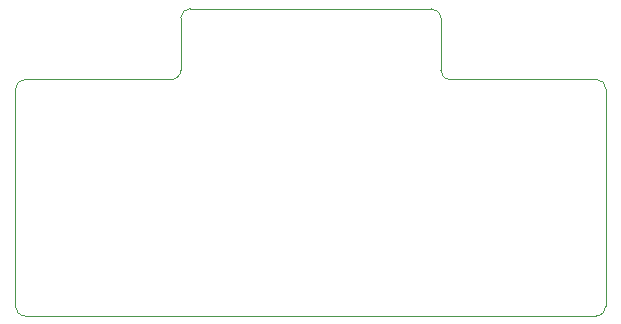
<source format=gbr>
G04 (created by PCBNEW (2013-may-18)-stable) date Sun 16 Aug 2015 06:42:24 PM CST*
%MOIN*%
G04 Gerber Fmt 3.4, Leading zero omitted, Abs format*
%FSLAX34Y34*%
G01*
G70*
G90*
G04 APERTURE LIST*
%ADD10C,0.00590551*%
%ADD11C,0.00393701*%
G04 APERTURE END LIST*
G54D10*
G54D11*
X91259Y-59055D02*
X96141Y-59055D01*
X96456Y-59370D02*
G75*
G03X96141Y-59055I-314J0D01*
G74*
G01*
X96456Y-66614D02*
X96456Y-59370D01*
X96141Y-66929D02*
G75*
G03X96456Y-66614I0J314D01*
G74*
G01*
X77086Y-66929D02*
X96141Y-66929D01*
X76771Y-66614D02*
G75*
G03X77086Y-66929I314J0D01*
G74*
G01*
X76771Y-59370D02*
X76771Y-66614D01*
X77086Y-59055D02*
G75*
G03X76771Y-59370I0J-314D01*
G74*
G01*
X81968Y-59055D02*
X77086Y-59055D01*
X90944Y-58740D02*
G75*
G03X91259Y-59055I314J0D01*
G74*
G01*
X90944Y-57007D02*
X90944Y-58740D01*
X82598Y-56692D02*
X90629Y-56692D01*
X90944Y-57007D02*
G75*
G03X90629Y-56692I-314J0D01*
G74*
G01*
X82598Y-56692D02*
G75*
G03X82283Y-57007I0J-314D01*
G74*
G01*
X82283Y-58740D02*
X82283Y-57007D01*
X81968Y-59055D02*
G75*
G03X82283Y-58740I0J314D01*
G74*
G01*
M02*

</source>
